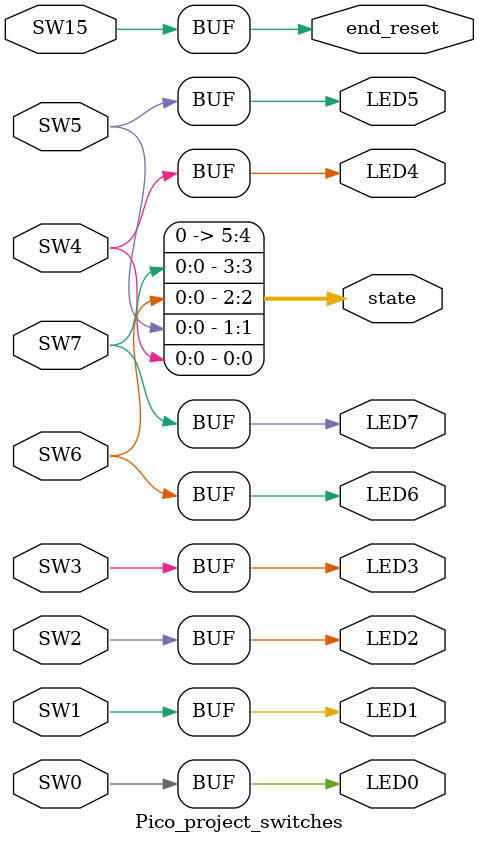
<source format=v>
`timescale 1ns / 1ps


module Pico_project_switches(
input SW0,SW1,SW2,SW3,SW4,SW5,SW6,SW7,SW15,


output reg [5:0] state,
output reg end_reset,
    
    output LED0,LED1,LED2,LED3,LED4,LED5,LED6,LED7
    
    );
    always @ (*) begin
			
			state = {SW7,SW6,SW5,SW4};
			end_reset = SW15;
			
			
        end
	assign LED0 = SW0;
    assign LED1 = SW1;
    assign LED2 = SW2;
    assign LED3 = SW3;
    assign LED4 = SW4;
    assign LED5 = SW5;
    assign LED6 = SW6;
    assign LED7 = SW7;
    
endmodule

</source>
